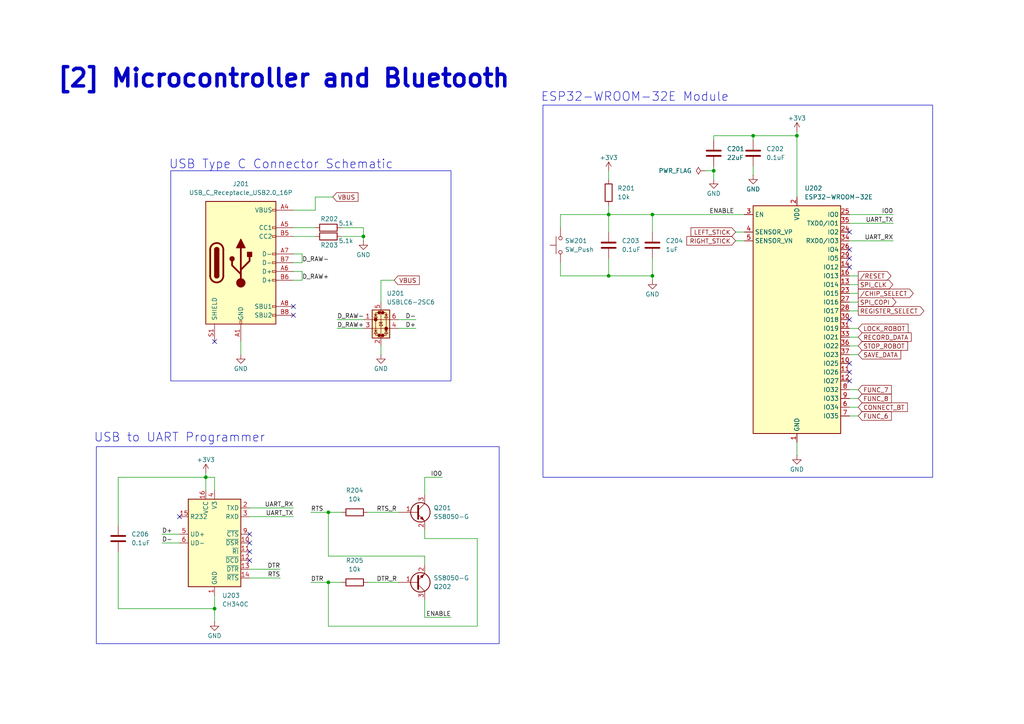
<source format=kicad_sch>
(kicad_sch (version 20231120) (generator "eeschema") (generator_version "8.0")
  (paper "A4")
  (lib_symbols
    (symbol "Connector:USB_C_Receptacle_USB2.0_16P" (pin_names (offset 1.016))
      (property "Reference" "J" (at 0 22.225 0))
      (property "Value" "USB_C_Receptacle_USB2.0_16P" (at 0 19.685 0))
      (symbol "USB_C_Receptacle_USB2.0_16P_0_0"
        (rectangle (start -0.254 -17.78) (end 0.254 -16.764))
        (rectangle (start 10.16 -14.986) (end 9.144 -15.494))
        (rectangle (start 10.16 -12.446) (end 9.144 -12.954))
        (rectangle (start 10.16 -4.826) (end 9.144 -5.334))
        (rectangle (start 10.16 -2.286) (end 9.144 -2.794))
        (rectangle (start 10.16 0.254) (end 9.144 -0.254))
        (rectangle (start 10.16 2.794) (end 9.144 2.286))
        (rectangle (start 10.16 7.874) (end 9.144 7.366))
        (rectangle (start 10.16 10.414) (end 9.144 9.906))
        (rectangle (start 10.16 15.494) (end 9.144 14.986))
      )
      (symbol "USB_C_Receptacle_USB2.0_16P_0_1"
        (rectangle (start -10.16 17.78) (end 10.16 -17.78) (stroke (width 0.254)) (fill (type background)))
        (arc (start -8.89 -3.81) (mid -6.985 -5.7067) (end -5.08 -3.81) (stroke (width 0.508)))
        (arc (start -7.62 -3.81) (mid -6.985 -4.4423) (end -6.35 -3.81) (stroke (width 0.254)))
        (arc (start -7.62 -3.81) (mid -6.985 -4.4423) (end -6.35 -3.81) (stroke (width 0.254)) (fill (type outline)))
        (rectangle (start -7.62 -3.81) (end -6.35 3.81) (stroke (width 0.254)) (fill (type outline)))
        (arc (start -6.35 3.81) (mid -6.985 4.4423) (end -7.62 3.81) (stroke (width 0.254)))
        (arc (start -6.35 3.81) (mid -6.985 4.4423) (end -7.62 3.81) (stroke (width 0.254)) (fill (type outline)))
        (arc (start -5.08 3.81) (mid -6.985 5.7067) (end -8.89 3.81) (stroke (width 0.508)))
        (circle (center -2.54 1.143) (radius 0.635) (stroke (width 0.254)) (fill (type outline)))
        (circle (center 0 -5.842) (radius 1.27) (fill (type outline)))
        (polyline (pts (xy -8.89 -3.81) (xy -8.89 3.81)) (stroke (width 0.508)))
        (polyline (pts (xy -5.08 3.81) (xy -5.08 -3.81)) (stroke (width 0.508)))
        (polyline (pts (xy 0 -5.842) (xy 0 4.318)) (stroke (width 0.508)))
        (polyline (pts (xy 0 -3.302) (xy -2.54 -0.762) (xy -2.54 0.508)) (stroke (width 0.508)))
        (polyline (pts (xy 0 -2.032) (xy 2.54 0.508) (xy 2.54 1.778)) (stroke (width 0.508)))
        (polyline (pts (xy -1.27 4.318) (xy 0 6.858) (xy 1.27 4.318) (xy -1.27 4.318)) (stroke (width 0.254)) (fill (type outline)))
        (rectangle (start 1.905 1.778) (end 3.175 3.048) (stroke (width 0.254)) (fill (type outline)))
      )
      (symbol "USB_C_Receptacle_USB2.0_16P_1_1"
        (pin passive line (at 0 -22.86 90) (length 5.08) (name "GND") (number "A1"))
        (pin passive line (at 0 -22.86 90) (length 5.08) hide (name "GND") (number "A12"))
        (pin passive line (at 15.24 15.24 180) (length 5.08) (name "VBUS") (number "A4"))
        (pin bidirectional line (at 15.24 10.16 180) (length 5.08) (name "CC1") (number "A5"))
        (pin bidirectional line (at 15.24 -2.54 180) (length 5.08) (name "D+") (number "A6"))
        (pin bidirectional line (at 15.24 2.54 180) (length 5.08) (name "D-") (number "A7"))
        (pin bidirectional line (at 15.24 -12.7 180) (length 5.08) (name "SBU1") (number "A8"))
        (pin passive line (at 15.24 15.24 180) (length 5.08) hide (name "VBUS") (number "A9"))
        (pin passive line (at 0 -22.86 90) (length 5.08) hide (name "GND") (number "B1"))
        (pin passive line (at 0 -22.86 90) (length 5.08) hide (name "GND") (number "B12"))
        (pin passive line (at 15.24 15.24 180) (length 5.08) hide (name "VBUS") (number "B4"))
        (pin bidirectional line (at 15.24 7.62 180) (length 5.08) (name "CC2") (number "B5"))
        (pin bidirectional line (at 15.24 -5.08 180) (length 5.08) (name "D+") (number "B6"))
        (pin bidirectional line (at 15.24 0 180) (length 5.08) (name "D-") (number "B7"))
        (pin bidirectional line (at 15.24 -15.24 180) (length 5.08) (name "SBU2") (number "B8"))
        (pin passive line (at 15.24 15.24 180) (length 5.08) hide (name "VBUS") (number "B9"))
        (pin passive line (at -7.62 -22.86 90) (length 5.08) (name "SHIELD") (number "S1"))
      )
    )
    (symbol "Device:C" (pin_numbers hide) (pin_names (offset 0.254))
      (property "Reference" "C" (at 0.635 2.54 0))
      (property "Value" "C" (at 0.635 -2.54 0))
      (symbol "C_0_1"
        (polyline (pts (xy -2.032 -0.762) (xy 2.032 -0.762)) (stroke (width 0.508)))
        (polyline (pts (xy -2.032 0.762) (xy 2.032 0.762)) (stroke (width 0.508)))
      )
      (symbol "C_1_1"
        (pin passive line (at 0 3.81 270) (length 2.794) (name "~") (number "1"))
        (pin passive line (at 0 -3.81 90) (length 2.794) (name "~") (number "2"))
      )
    )
    (symbol "Device:Q_NPN_BEC" (pin_names (offset 0) hide)
      (property "Reference" "Q" (at 5.08 1.27 0))
      (property "Value" "Q_NPN_BEC" (at 5.08 -1.27 0))
      (symbol "Q_NPN_BEC_0_1"
        (polyline (pts (xy 0.635 0.635) (xy 2.54 2.54)))
        (polyline (pts (xy 0.635 -0.635) (xy 2.54 -2.54) (xy 2.54 -2.54)))
        (polyline (pts (xy 0.635 1.905) (xy 0.635 -1.905) (xy 0.635 -1.905)) (stroke (width 0.508)))
        (polyline (pts (xy 1.27 -1.778) (xy 1.778 -1.27) (xy 2.286 -2.286) (xy 1.27 -1.778) (xy 1.27 -1.778)) (fill (type outline)))
        (circle (center 1.27 0) (radius 2.8194) (stroke (width 0.254)))
      )
      (symbol "Q_NPN_BEC_1_1"
        (pin input line (at -5.08 0 0) (length 5.715) (name "B") (number "1"))
        (pin passive line (at 2.54 -5.08 90) (length 2.54) (name "E") (number "2"))
        (pin passive line (at 2.54 5.08 270) (length 2.54) (name "C") (number "3"))
      )
    )
    (symbol "Device:R" (pin_numbers hide) (pin_names (offset 0))
      (property "Reference" "R" (at 2.032 0 90))
      (property "Value" "R" (at 0 0 90))
      (symbol "R_0_1"
        (rectangle (start -1.016 -2.54) (end 1.016 2.54) (stroke (width 0.254)))
      )
      (symbol "R_1_1"
        (pin passive line (at 0 3.81 270) (length 1.27) (name "~") (number "1"))
        (pin passive line (at 0 -3.81 90) (length 1.27) (name "~") (number "2"))
      )
    )
    (symbol "Interface_USB:CH340C"
      (property "Reference" "U" (at -5.08 13.97 0))
      (property "Value" "CH340C" (at 1.27 13.97 0))
      (symbol "CH340C_0_1"
        (rectangle (start -7.62 12.7) (end 7.62 -12.7) (stroke (width 0.254)) (fill (type background)))
      )
      (symbol "CH340C_1_1"
        (pin power_in line (at 0 -15.24 90) (length 2.54) (name "GND") (number "1"))
        (pin input line (at 10.16 0 180) (length 2.54) (name "~{DSR}") (number "10"))
        (pin input line (at 10.16 -2.54 180) (length 2.54) (name "~{RI}") (number "11"))
        (pin input line (at 10.16 -5.08 180) (length 2.54) (name "~{DCD}") (number "12"))
        (pin output line (at 10.16 -7.62 180) (length 2.54) (name "~{DTR}") (number "13"))
        (pin output line (at 10.16 -10.16 180) (length 2.54) (name "~{RTS}") (number "14"))
        (pin input line (at -10.16 7.62 0) (length 2.54) (name "R232") (number "15"))
        (pin power_in line (at -2.54 15.24 270) (length 2.54) (name "VCC") (number "16"))
        (pin output line (at 10.16 10.16 180) (length 2.54) (name "TXD") (number "2"))
        (pin input line (at 10.16 7.62 180) (length 2.54) (name "RXD") (number "3"))
        (pin power_out line (at 0 15.24 270) (length 2.54) (name "V3") (number "4"))
        (pin bidirectional line (at -10.16 2.54 0) (length 2.54) (name "UD+") (number "5"))
        (pin bidirectional line (at -10.16 0 0) (length 2.54) (name "UD-") (number "6"))
        (pin no_connect line (at -7.62 -5.08 0) (length 2.54) hide (name "NC") (number "7"))
        (pin no_connect line (at -7.62 -7.62 0) (length 2.54) hide (name "NC") (number "8"))
        (pin input line (at 10.16 2.54 180) (length 2.54) (name "~{CTS}") (number "9"))
      )
    )
    (symbol "Power_Protection:USBLC6-2SC6" (pin_names hide)
      (property "Reference" "U" (at 0.635 5.715 0))
      (property "Value" "USBLC6-2SC6" (at 0.635 3.81 0))
      (symbol "USBLC6-2SC6_0_0"
        (circle (center -1.524 0) (radius 0.0001) (stroke (width 0.508)))
        (circle (center -0.508 -4.572) (radius 0.0001) (stroke (width 0.508)))
        (circle (center -0.508 2.032) (radius 0.0001) (stroke (width 0.508)))
        (circle (center 0.508 -4.572) (radius 0.0001) (stroke (width 0.508)))
        (circle (center 0.508 2.032) (radius 0.0001) (stroke (width 0.508)))
        (circle (center 1.524 -2.54) (radius 0.0001) (stroke (width 0.508)))
      )
      (symbol "USBLC6-2SC6_0_1"
        (polyline (pts (xy -2.54 -2.54) (xy 2.54 -2.54)))
        (polyline (pts (xy -2.54 0) (xy 2.54 0)))
        (polyline (pts (xy -2.032 -3.048) (xy -1.016 -3.048)))
        (polyline (pts (xy -1.016 1.524) (xy -2.032 1.524)))
        (polyline (pts (xy 1.016 -3.048) (xy 2.032 -3.048)))
        (polyline (pts (xy 1.016 1.524) (xy 2.032 1.524)))
        (polyline (pts (xy -0.508 -1.143) (xy -0.508 -0.762) (xy 0.508 -0.762)))
        (polyline (pts (xy -2.032 0.508) (xy -1.016 0.508) (xy -1.524 1.524) (xy -2.032 0.508)))
        (polyline (pts (xy -1.016 -4.064) (xy -2.032 -4.064) (xy -1.524 -3.048) (xy -1.016 -4.064)))
        (polyline (pts (xy 0.508 -1.778) (xy -0.508 -1.778) (xy 0 -0.762) (xy 0.508 -1.778)))
        (polyline (pts (xy 2.032 -4.064) (xy 1.016 -4.064) (xy 1.524 -3.048) (xy 2.032 -4.064)))
        (polyline (pts (xy 2.032 0.508) (xy 1.016 0.508) (xy 1.524 1.524) (xy 2.032 0.508)))
        (polyline (pts (xy 0 2.54) (xy -0.508 2.032) (xy 0.508 2.032) (xy 0 1.524) (xy 0 -4.064) (xy -0.508 -4.572) (xy 0.508 -4.572) (xy 0 -5.08)))
      )
      (symbol "USBLC6-2SC6_1_1"
        (rectangle (start -2.54 2.794) (end 2.54 -5.334) (stroke (width 0.254)) (fill (type background)))
        (polyline (pts (xy -0.508 2.032) (xy -1.524 2.032) (xy -1.524 -4.572) (xy -0.508 -4.572)))
        (polyline (pts (xy 0.508 -4.572) (xy 1.524 -4.572) (xy 1.524 2.032) (xy 0.508 2.032)))
        (pin passive line (at -5.08 0 0) (length 2.54) (name "I/O1") (number "1"))
        (pin passive line (at 0 -7.62 90) (length 2.54) (name "GND") (number "2"))
        (pin passive line (at -5.08 -2.54 0) (length 2.54) (name "I/O2") (number "3"))
        (pin passive line (at 5.08 -2.54 180) (length 2.54) (name "I/O2") (number "4"))
        (pin passive line (at 0 5.08 270) (length 2.54) (name "VBUS") (number "5"))
        (pin passive line (at 5.08 0 180) (length 2.54) (name "I/O1") (number "6"))
      )
    )
    (symbol "RF_Module:ESP32-WROOM-32E"
      (property "Reference" "U" (at -12.7 34.29 0))
      (property "Value" "ESP32-WROOM-32E" (at 1.27 34.29 0))
      (symbol "ESP32-WROOM-32E_0_1"
        (rectangle (start -12.7 33.02) (end 12.7 -33.02) (stroke (width 0.254)) (fill (type background)))
      )
      (symbol "ESP32-WROOM-32E_1_1"
        (pin power_in line (at 0 -35.56 90) (length 2.54) (name "GND") (number "1"))
        (pin bidirectional line (at 15.24 -12.7 180) (length 2.54) (name "IO25") (number "10"))
        (pin bidirectional line (at 15.24 -15.24 180) (length 2.54) (name "IO26") (number "11"))
        (pin bidirectional line (at 15.24 -17.78 180) (length 2.54) (name "IO27") (number "12"))
        (pin bidirectional line (at 15.24 10.16 180) (length 2.54) (name "IO14") (number "13"))
        (pin bidirectional line (at 15.24 15.24 180) (length 2.54) (name "IO12") (number "14"))
        (pin passive line (at 0 -35.56 90) (length 2.54) hide (name "GND") (number "15"))
        (pin bidirectional line (at 15.24 12.7 180) (length 2.54) (name "IO13") (number "16"))
        (pin no_connect line (at -12.7 -5.08 0) (length 2.54) hide (name "NC") (number "17"))
        (pin no_connect line (at -12.7 -7.62 0) (length 2.54) hide (name "NC") (number "18"))
        (pin no_connect line (at -12.7 -12.7 0) (length 2.54) hide (name "NC") (number "19"))
        (pin power_in line (at 0 35.56 270) (length 2.54) (name "VDD") (number "2"))
        (pin no_connect line (at -12.7 -10.16 0) (length 2.54) hide (name "NC") (number "20"))
        (pin no_connect line (at -12.7 0 0) (length 2.54) hide (name "NC") (number "21"))
        (pin no_connect line (at -12.7 -2.54 0) (length 2.54) hide (name "NC") (number "22"))
        (pin bidirectional line (at 15.24 7.62 180) (length 2.54) (name "IO15") (number "23"))
        (pin bidirectional line (at 15.24 25.4 180) (length 2.54) (name "IO2") (number "24"))
        (pin bidirectional line (at 15.24 30.48 180) (length 2.54) (name "IO0") (number "25"))
        (pin bidirectional line (at 15.24 20.32 180) (length 2.54) (name "IO4") (number "26"))
        (pin bidirectional line (at 15.24 5.08 180) (length 2.54) (name "IO16") (number "27"))
        (pin bidirectional line (at 15.24 2.54 180) (length 2.54) (name "IO17") (number "28"))
        (pin bidirectional line (at 15.24 17.78 180) (length 2.54) (name "IO5") (number "29"))
        (pin input line (at -15.24 30.48 0) (length 2.54) (name "EN") (number "3"))
        (pin bidirectional line (at 15.24 0 180) (length 2.54) (name "IO18") (number "30"))
        (pin bidirectional line (at 15.24 -2.54 180) (length 2.54) (name "IO19") (number "31"))
        (pin no_connect line (at -12.7 -27.94 0) (length 2.54) hide (name "NC") (number "32"))
        (pin bidirectional line (at 15.24 -5.08 180) (length 2.54) (name "IO21") (number "33"))
        (pin bidirectional line (at 15.24 22.86 180) (length 2.54) (name "RXD0/IO3") (number "34"))
        (pin bidirectional line (at 15.24 27.94 180) (length 2.54) (name "TXD0/IO1") (number "35"))
        (pin bidirectional line (at 15.24 -7.62 180) (length 2.54) (name "IO22") (number "36"))
        (pin bidirectional line (at 15.24 -10.16 180) (length 2.54) (name "IO23") (number "37"))
        (pin passive line (at 0 -35.56 90) (length 2.54) hide (name "GND") (number "38"))
        (pin passive line (at 0 -35.56 90) (length 2.54) hide (name "GND") (number "39"))
        (pin input line (at -15.24 25.4 0) (length 2.54) (name "SENSOR_VP") (number "4"))
        (pin input line (at -15.24 22.86 0) (length 2.54) (name "SENSOR_VN") (number "5"))
        (pin input line (at 15.24 -25.4 180) (length 2.54) (name "IO34") (number "6"))
        (pin input line (at 15.24 -27.94 180) (length 2.54) (name "IO35") (number "7"))
        (pin bidirectional line (at 15.24 -20.32 180) (length 2.54) (name "IO32") (number "8"))
        (pin bidirectional line (at 15.24 -22.86 180) (length 2.54) (name "IO33") (number "9"))
      )
    )
    (symbol "Switch:SW_Push" (pin_numbers hide) (pin_names (offset 1.016) hide)
      (property "Reference" "SW" (at 1.27 2.54 0))
      (property "Value" "SW_Push" (at 0 -1.524 0))
      (symbol "SW_Push_0_1"
        (circle (center -2.032 0) (radius 0.508))
        (polyline (pts (xy 0 1.27) (xy 0 3.048)))
        (polyline (pts (xy 2.54 1.27) (xy -2.54 1.27)))
        (circle (center 2.032 0) (radius 0.508))
        (pin passive line (at -5.08 0 0) (length 2.54) (name "1") (number "1"))
        (pin passive line (at 5.08 0 180) (length 2.54) (name "2") (number "2"))
      )
    )
    (symbol "power:+3V3" (power) (pin_numbers hide) (pin_names (offset 0) hide)
      (property "Value" "+3V3" (at 0 3.556 0))
      (symbol "+3V3_0_1"
        (polyline (pts (xy -0.762 1.27) (xy 0 2.54)))
        (polyline (pts (xy 0 0) (xy 0 2.54)))
        (polyline (pts (xy 0 2.54) (xy 0.762 1.27)))
      )
      (symbol "+3V3_1_1"
        (pin power_in line (at 0 0 90) (length 0) (name "~") (number "1"))
      )
    )
    (symbol "power:GND" (power) (pin_numbers hide) (pin_names (offset 0) hide)
      (property "Value" "GND" (at 0 -3.81 0))
      (symbol "GND_0_1"
        (polyline (pts (xy 0 0) (xy 0 -1.27) (xy 1.27 -1.27) (xy 0 -2.54) (xy -1.27 -1.27) (xy 0 -1.27)))
      )
      (symbol "GND_1_1"
        (pin power_in line (at 0 0 270) (length 0) (name "~") (number "1"))
      )
    )
    (symbol "power:PWR_FLAG" (power) (pin_numbers hide) (pin_names (offset 0) hide)
      (property "Value" "PWR_FLAG" (at 0 3.81 0))
      (symbol "PWR_FLAG_0_0"
        (pin power_out line (at 0 0 90) (length 0) (name "~") (number "1"))
      )
      (symbol "PWR_FLAG_0_1"
        (polyline (pts (xy 0 0) (xy 0 1.27) (xy -1.016 1.905) (xy 0 2.54) (xy 1.016 1.905) (xy 0 1.27)))
      )
    )
  )
  (junction (at 207.01 49.53))
  (junction (at 59.69 138.43))
  (junction (at 105.41 68.58))
  (junction (at 189.23 80.01))
  (junction (at 62.23 176.53))
  (junction (at 95.25 168.91))
  (junction (at 176.53 62.23))
  (junction (at 189.23 62.23))
  (junction (at 176.53 80.01))
  (junction (at 218.44 39.37))
  (junction (at 231.14 39.37))
  (junction (at 95.25 148.59))
  (no_connect (at 85.09 88.9))
  (no_connect (at 246.38 110.49))
  (no_connect (at 246.38 74.93))
  (no_connect (at 246.38 72.39))
  (no_connect (at 85.09 91.44))
  (no_connect (at 246.38 105.41))
  (no_connect (at 72.39 160.02))
  (no_connect (at 52.07 149.86))
  (no_connect (at 72.39 154.94))
  (no_connect (at 246.38 77.47))
  (no_connect (at 72.39 157.48))
  (no_connect (at 246.38 107.95))
  (no_connect (at 62.23 99.06))
  (no_connect (at 246.38 92.71))
  (no_connect (at 246.38 67.31))
  (no_connect (at 72.39 162.56))
  (wire (pts (xy 189.23 74.93) (xy 189.23 80.01)))
  (wire (pts (xy 248.92 95.25) (xy 246.38 95.25)))
  (wire (pts (xy 248.92 97.79) (xy 246.38 97.79)))
  (wire (pts (xy 120.65 95.25) (xy 115.57 95.25)))
  (wire (pts (xy 213.36 69.85) (xy 215.9 69.85)))
  (wire (pts (xy 106.68 168.91) (xy 115.57 168.91)))
  (wire (pts (xy 120.65 92.71) (xy 115.57 92.71)))
  (wire (pts (xy 95.25 161.29) (xy 123.19 161.29)))
  (wire (pts (xy 72.39 147.32) (xy 85.09 147.32)))
  (wire (pts (xy 207.01 49.53) (xy 207.01 52.07)))
  (wire (pts (xy 34.29 176.53) (xy 62.23 176.53)))
  (wire (pts (xy 218.44 48.26) (xy 218.44 50.8)))
  (wire (pts (xy 248.92 90.17) (xy 246.38 90.17)))
  (wire (pts (xy 246.38 85.09) (xy 248.92 85.09)))
  (wire (pts (xy 259.08 64.77) (xy 246.38 64.77)))
  (wire (pts (xy 87.63 73.66) (xy 87.63 76.2)))
  (wire (pts (xy 218.44 39.37) (xy 231.14 39.37)))
  (wire (pts (xy 95.25 181.61) (xy 138.43 181.61)))
  (wire (pts (xy 207.01 48.26) (xy 207.01 49.53)))
  (wire (pts (xy 72.39 165.1) (xy 81.28 165.1)))
  (wire (pts (xy 248.92 118.11) (xy 246.38 118.11)))
  (wire (pts (xy 62.23 142.24) (xy 62.23 138.43)))
  (wire (pts (xy 97.79 92.71) (xy 105.41 92.71)))
  (wire (pts (xy 87.63 76.2) (xy 85.09 76.2)))
  (wire (pts (xy 246.38 62.23) (xy 259.08 62.23)))
  (wire (pts (xy 85.09 68.58) (xy 91.44 68.58)))
  (wire (pts (xy 90.17 168.91) (xy 95.25 168.91)))
  (wire (pts (xy 99.06 168.91) (xy 95.25 168.91)))
  (wire (pts (xy 248.92 113.03) (xy 246.38 113.03)))
  (wire (pts (xy 72.39 149.86) (xy 85.09 149.86)))
  (wire (pts (xy 99.06 68.58) (xy 105.41 68.58)))
  (wire (pts (xy 62.23 172.72) (xy 62.23 176.53)))
  (wire (pts (xy 123.19 138.43) (xy 123.19 143.51)))
  (wire (pts (xy 162.56 66.04) (xy 162.56 62.23)))
  (wire (pts (xy 99.06 148.59) (xy 95.25 148.59)))
  (wire (pts (xy 189.23 80.01) (xy 189.23 81.28)))
  (wire (pts (xy 91.44 60.96) (xy 85.09 60.96)))
  (wire (pts (xy 85.09 73.66) (xy 87.63 73.66)))
  (wire (pts (xy 248.92 80.01) (xy 246.38 80.01)))
  (wire (pts (xy 128.27 138.43) (xy 123.19 138.43)))
  (wire (pts (xy 91.44 57.15) (xy 91.44 60.96)))
  (wire (pts (xy 110.49 100.33) (xy 110.49 102.87)))
  (wire (pts (xy 34.29 138.43) (xy 34.29 152.4)))
  (wire (pts (xy 162.56 80.01) (xy 176.53 80.01)))
  (wire (pts (xy 207.01 39.37) (xy 218.44 39.37)))
  (wire (pts (xy 123.19 161.29) (xy 123.19 163.83)))
  (wire (pts (xy 90.17 148.59) (xy 95.25 148.59)))
  (wire (pts (xy 248.92 82.55) (xy 246.38 82.55)))
  (wire (pts (xy 204.47 49.53) (xy 207.01 49.53)))
  (wire (pts (xy 34.29 160.02) (xy 34.29 176.53)))
  (wire (pts (xy 99.06 66.04) (xy 105.41 66.04)))
  (wire (pts (xy 138.43 181.61) (xy 138.43 156.21)))
  (wire (pts (xy 207.01 40.64) (xy 207.01 39.37)))
  (wire (pts (xy 123.19 179.07) (xy 123.19 173.99)))
  (wire (pts (xy 176.53 49.53) (xy 176.53 52.07)))
  (wire (pts (xy 85.09 66.04) (xy 91.44 66.04)))
  (wire (pts (xy 189.23 62.23) (xy 215.9 62.23)))
  (wire (pts (xy 69.85 99.06) (xy 69.85 102.87)))
  (wire (pts (xy 248.92 120.65) (xy 246.38 120.65)))
  (wire (pts (xy 231.14 128.27) (xy 231.14 132.08)))
  (wire (pts (xy 231.14 39.37) (xy 231.14 57.15)))
  (wire (pts (xy 59.69 138.43) (xy 62.23 138.43)))
  (wire (pts (xy 34.29 138.43) (xy 59.69 138.43)))
  (wire (pts (xy 176.53 62.23) (xy 189.23 62.23)))
  (wire (pts (xy 110.49 81.28) (xy 110.49 87.63)))
  (wire (pts (xy 59.69 138.43) (xy 59.69 142.24)))
  (wire (pts (xy 62.23 176.53) (xy 62.23 180.34)))
  (wire (pts (xy 85.09 78.74) (xy 87.63 78.74)))
  (wire (pts (xy 248.92 87.63) (xy 246.38 87.63)))
  (wire (pts (xy 248.92 115.57) (xy 246.38 115.57)))
  (wire (pts (xy 176.53 80.01) (xy 189.23 80.01)))
  (wire (pts (xy 130.81 179.07) (xy 123.19 179.07)))
  (wire (pts (xy 46.99 154.94) (xy 52.07 154.94)))
  (wire (pts (xy 231.14 38.1) (xy 231.14 39.37)))
  (wire (pts (xy 97.79 95.25) (xy 105.41 95.25)))
  (wire (pts (xy 72.39 167.64) (xy 81.28 167.64)))
  (wire (pts (xy 106.68 148.59) (xy 115.57 148.59)))
  (wire (pts (xy 176.53 74.93) (xy 176.53 80.01)))
  (wire (pts (xy 259.08 69.85) (xy 246.38 69.85)))
  (wire (pts (xy 87.63 81.28) (xy 85.09 81.28)))
  (wire (pts (xy 138.43 156.21) (xy 123.19 156.21)))
  (wire (pts (xy 218.44 40.64) (xy 218.44 39.37)))
  (wire (pts (xy 114.3 81.28) (xy 110.49 81.28)))
  (wire (pts (xy 95.25 148.59) (xy 95.25 161.29)))
  (wire (pts (xy 59.69 137.16) (xy 59.69 138.43)))
  (wire (pts (xy 105.41 66.04) (xy 105.41 68.58)))
  (wire (pts (xy 162.56 76.2) (xy 162.56 80.01)))
  (wire (pts (xy 189.23 67.31) (xy 189.23 62.23)))
  (wire (pts (xy 248.92 100.33) (xy 246.38 100.33)))
  (wire (pts (xy 213.36 67.31) (xy 215.9 67.31)))
  (wire (pts (xy 46.99 157.48) (xy 52.07 157.48)))
  (wire (pts (xy 176.53 62.23) (xy 176.53 67.31)))
  (wire (pts (xy 248.92 102.87) (xy 246.38 102.87)))
  (wire (pts (xy 123.19 156.21) (xy 123.19 153.67)))
  (wire (pts (xy 162.56 62.23) (xy 176.53 62.23)))
  (wire (pts (xy 87.63 78.74) (xy 87.63 81.28)))
  (wire (pts (xy 95.25 168.91) (xy 95.25 181.61)))
  (wire (pts (xy 96.52 57.15) (xy 91.44 57.15)))
  (wire (pts (xy 176.53 59.69) (xy 176.53 62.23)))
  (wire (pts (xy 105.41 68.58) (xy 105.41 69.85)))
  (rectangle (start 27.94 129.54) (end 144.78 186.69))
  (rectangle (start 157.48 30.48) (end 270.51 138.43))
  (rectangle (start 49.53 49.53) (end 130.81 110.49))
  (text "ESP32-WROOM-32E Module" (at 184.15 28.194 0) (effects (font (size 2.54 2.54))))
  (text "[2] Microcontroller and Bluetooth" (at 82.296 22.86 0) (effects (font (size 5.08 5.08) (thickness 1.016) (bold yes))))
  (text "USB to UART Programmer" (at 52.07 127 0) (effects (font (size 2.54 2.54))))
  (text "USB Type C Connector Schematic" (at 81.534 47.752 0) (effects (font (size 2.54 2.54))))
  (label "IO0" (at 259.08 62.23 180))
  (label "UART_RX" (at 259.08 69.85 180))
  (label "DTR" (at 81.28 165.1 180))
  (label "ENABLE" (at 130.81 179.07 180))
  (label "D_RAW+" (at 97.79 95.25 0))
  (label "DTR_R" (at 109.22 168.91 0))
  (label "D_RAW-" (at 97.79 92.71 0))
  (label "D+" (at 46.99 154.94 0))
  (label "D+" (at 120.65 95.25 180))
  (label "UART_RX" (at 85.09 147.32 180))
  (label "UART_TX" (at 259.08 64.77 180))
  (label "D-" (at 46.99 157.48 0))
  (label "RTS_R" (at 109.22 148.59 0))
  (label "RTS" (at 81.28 167.64 180))
  (label "D_RAW+" (at 87.63 81.28 0))
  (label "ENABLE" (at 205.74 62.23 0))
  (label "UART_TX" (at 85.09 149.86 180))
  (label "DTR" (at 90.17 168.91 0))
  (label "D-" (at 120.65 92.71 180))
  (label "RTS" (at 90.17 148.59 0))
  (label "D_RAW-" (at 87.63 76.2 0))
  (label "IO0" (at 128.27 138.43 180))
  (global_label "{slash}RESET" (shape output) (at 248.92 80.01 0) (property "Intersheetrefs" "${INTERSHEET_REFS}" (effects (hide yes))))
  (global_label "FUNC_6" (shape input) (at 248.92 120.65 0) (property "Intersheetrefs" "${INTERSHEET_REFS}" (effects (hide yes))))
  (global_label "{slash}CHIP_SELECT" (shape output) (at 248.92 85.09 0) (property "Intersheetrefs" "${INTERSHEET_REFS}" (effects (hide yes))))
  (global_label "CONNECT_BT" (shape input) (at 248.92 118.11 0) (property "Intersheetrefs" "${INTERSHEET_REFS}" (effects (hide yes))))
  (global_label "FUNC_7" (shape input) (at 248.92 113.03 0) (property "Intersheetrefs" "${INTERSHEET_REFS}" (effects (hide yes))))
  (global_label "STOP_ROBOT" (shape input) (at 248.92 100.33 0) (property "Intersheetrefs" "${INTERSHEET_REFS}" (effects (hide yes))))
  (global_label "SPI_CLK" (shape output) (at 248.92 82.55 0) (property "Intersheetrefs" "${INTERSHEET_REFS}" (effects (hide yes))))
  (global_label "FUNC_8" (shape input) (at 248.92 115.57 0) (property "Intersheetrefs" "${INTERSHEET_REFS}" (effects (hide yes))))
  (global_label "RECORD_DATA" (shape input) (at 248.92 97.79 0) (property "Intersheetrefs" "${INTERSHEET_REFS}" (effects (hide yes))))
  (global_label "SAVE_DATA" (shape input) (at 248.92 102.87 0) (property "Intersheetrefs" "${INTERSHEET_REFS}" (effects (hide yes))))
  (global_label "RIGHT_STICK" (shape input) (at 213.36 69.85 180) (property "Intersheetrefs" "${INTERSHEET_REFS}" (effects (hide yes))))
  (global_label "LOCK_ROBOT" (shape input) (at 248.92 95.25 0) (property "Intersheetrefs" "${INTERSHEET_REFS}" (effects (hide yes))))
  (global_label "VBUS" (shape input) (at 114.3 81.28 0) (property "Intersheetrefs" "${INTERSHEET_REFS}" (effects (hide yes))))
  (global_label "REGISTER_SELECT" (shape output) (at 248.92 90.17 0) (property "Intersheetrefs" "${INTERSHEET_REFS}" (effects (hide yes))))
  (global_label "VBUS" (shape input) (at 96.52 57.15 0) (property "Intersheetrefs" "${INTERSHEET_REFS}" (effects (hide yes))))
  (global_label "LEFT_STICK" (shape input) (at 213.36 67.31 180) (property "Intersheetrefs" "${INTERSHEET_REFS}" (effects (hide yes))))
  (global_label "SPI_COPI" (shape output) (at 248.92 87.63 0) (property "Intersheetrefs" "${INTERSHEET_REFS}" (effects (hide yes))))
  (symbol (lib_id "power:GND") (at 110.49 102.87 0) (unit 1)
    (property "Reference" "#PWR022" (effects (hide yes)))
    (property "Value" "GND" (at 110.49 106.934 0))
    (property "Description" "Power symbol creates a global label with name \"GND\" , ground" (effects (hide yes)))
  )
  (symbol (lib_id "Device:C") (at 218.44 44.45 0) (unit 1)
    (property "Reference" "C202" (at 222.25 43.1799 0) (effects (justify left)))
    (property "Value" "0.1uF" (at 222.25 45.7199 0) (effects (justify left)))
    (property "Footprint" "Capacitor_SMD:C_0402_1005Metric" (effects (hide yes)))
    (property "Description" "Unpolarized capacitor" (effects (hide yes)))
    (property "JLCPCB Part #" "C155422" (effects (hide yes)))
    (property "Manufacturer Part #" "CL05B104KA5NNNC" (effects (hide yes)))
  )
  (symbol (lib_id "Device:Q_NPN_BEC") (at 120.65 168.91 0) (mirror x) (unit 1)
    (property "Reference" "Q202" (at 125.73 170.1801 0) (effects (justify left)))
    (property "Value" "SS8050-G" (at 125.73 167.6401 0) (effects (justify left)))
    (property "Footprint" "Package_TO_SOT_SMD:SOT-23" (effects (hide yes)))
    (property "Description" "NPN transistor, base/emitter/collector" (effects (hide yes)))
    (property "JLCPCB Part #" "C3199946" (effects (hide yes)))
    (property "Manufacturer Part #" "SS8050-G" (effects (hide yes)))
  )
  (symbol (lib_id "Power_Protection:USBLC6-2SC6") (at 110.49 92.71 0) (unit 1)
    (property "Reference" "U201" (at 112.1411 85.09 0) (effects (justify left)))
    (property "Value" "USBLC6-2SC6" (at 112.1411 87.63 0) (effects (justify left)))
    (property "Footprint" "Package_TO_SOT_SMD:SOT-23-6" (effects (hide yes)))
    (property "Datasheet" "https://www.st.com/resource/en/datasheet/usblc6-2.pdf" (effects (hide yes)))
    (property "Description" "Very low capacitance ESD protection diode, 2 data-line, SOT-23-6" (effects (hide yes)))
    (property "JLCPCB Part #" "C7519" (effects (hide yes)))
    (property "Manufacturer Part #" "USBLC6-2SC6" (effects (hide yes)))
  )
  (symbol (lib_id "power:GND") (at 218.44 50.8 0) (unit 1)
    (property "Reference" "#PWR014" (effects (hide yes)))
    (property "Value" "GND" (at 218.44 54.864 0))
    (property "Description" "Power symbol creates a global label with name \"GND\" , ground" (effects (hide yes)))
  )
  (symbol (lib_id "power:GND") (at 207.01 52.07 0) (unit 1)
    (property "Reference" "#PWR013" (effects (hide yes)))
    (property "Value" "GND" (at 207.01 56.134 0))
    (property "Description" "Power symbol creates a global label with name \"GND\" , ground" (effects (hide yes)))
  )
  (symbol (lib_id "power:GND") (at 69.85 102.87 0) (unit 1)
    (property "Reference" "#PWR020" (effects (hide yes)))
    (property "Value" "GND" (at 69.85 106.934 0))
    (property "Description" "Power symbol creates a global label with name \"GND\" , ground" (effects (hide yes)))
  )
  (symbol (lib_id "Switch:SW_Push") (at 162.56 71.12 90) (unit 1)
    (property "Reference" "SW201" (at 163.83 69.8499 90) (effects (justify right)))
    (property "Value" "SW_Push" (at 163.83 72.3899 90) (effects (justify right)))
    (property "Footprint" "Button_Switch_SMD:SW_Tactile_SPST_NO_Straight_CK_PTS636Sx25SMTRLFS" (effects (hide yes)))
    (property "Description" "Push button switch, generic, two pins" (effects (hide yes)))
    (property "JLCPCB Part #" " C2689642" (effects (hide yes)))
    (property "Manufacturer Part #" "PTS636SK25SMTRLFS" (effects (hide yes)))
  )
  (symbol (lib_id "Device:Q_NPN_BEC") (at 120.65 148.59 0) (unit 1)
    (property "Reference" "Q201" (at 125.73 147.3199 0) (effects (justify left)))
    (property "Value" "SS8050-G" (at 125.73 149.8599 0) (effects (justify left)))
    (property "Footprint" "Package_TO_SOT_SMD:SOT-23" (effects (hide yes)))
    (property "Description" "NPN transistor, base/emitter/collector" (effects (hide yes)))
    (property "JLCPCB Part #" "C3199946" (effects (hide yes)))
    (property "Manufacturer Part #" "SS8050-G" (effects (hide yes)))
  )
  (symbol (lib_id "power:PWR_FLAG") (at 204.47 49.53 90) (unit 1)
    (property "Reference" "#FLG0105" (effects (hide yes)))
    (property "Value" "PWR_FLAG" (at 200.66 49.5299 90) (effects (justify left)))
    (property "Description" "Special symbol for telling ERC where power comes from" (effects (hide yes)))
  )
  (symbol (lib_id "Device:R") (at 95.25 66.04 90) (unit 1)
    (property "Reference" "R202" (at 95.504 63.5 90))
    (property "Value" "5.1k" (at 100.33 64.77 90))
    (property "Footprint" "Resistor_SMD:R_0603_1608Metric" (effects (hide yes)))
    (property "Description" "Resistor" (effects (hide yes)))
    (property "JLCPCB Part #" "C23186" (effects (hide yes)))
    (property "Manufacturer Part #" "0603WAF5101T5E" (effects (hide yes)))
  )
  (symbol (lib_id "power:GND") (at 105.41 69.85 0) (unit 1)
    (property "Reference" "#PWR021" (effects (hide yes)))
    (property "Value" "GND" (at 105.41 73.914 0))
    (property "Description" "Power symbol creates a global label with name \"GND\" , ground" (effects (hide yes)))
  )
  (symbol (lib_id "Connector:USB_C_Receptacle_USB2.0_16P") (at 69.85 76.2 0) (unit 1)
    (property "Reference" "J201" (at 69.85 53.34 0))
    (property "Value" "USB_C_Receptacle_USB2.0_16P" (at 69.85 55.88 0))
    (property "Footprint" "Connector_USB:USB_C_Receptacle_GCT_USB4105-xx-A_16P_TopMnt_Horizontal" (effects (hide yes)))
    (property "Datasheet" "https://www.usb.org/sites/default/files/documents/usb_type-c.zip" (effects (hide yes)))
    (property "Description" "USB 2.0-only 16P Type-C Receptacle connector" (effects (hide yes)))
    (property "JLCPCB Part #" "C165948" (effects (hide yes)))
    (property "Manufacturer Part #" "TYPE-C-31-M-12" (effects (hide yes)))
  )
  (symbol (lib_id "Interface_USB:CH340C") (at 62.23 157.48 0) (unit 1)
    (property "Reference" "U203" (at 64.4241 172.72 0) (effects (justify left)))
    (property "Value" "CH340C" (at 64.4241 175.26 0) (effects (justify left)))
    (property "Footprint" "Package_SO:SOIC-16_3.9x9.9mm_P1.27mm" (effects (hide yes)))
    (property "Datasheet" "https://datasheet.lcsc.com/szlcsc/Jiangsu-Qin-Heng-CH340C_C84681.pdf" (effects (hide yes)))
    (property "Description" "USB serial converter, crystal-less, UART, SOIC-16" (effects (hide yes)))
    (property "JLCPCB Part #" "C84681 " (effects (hide yes)))
    (property "Manufacturer Part #" "CH340C" (effects (hide yes)))
  )
  (symbol (lib_id "Device:C") (at 207.01 44.45 0) (unit 1)
    (property "Reference" "C201" (at 210.82 43.1799 0) (effects (justify left)))
    (property "Value" "22uF" (at 210.82 45.7199 0) (effects (justify left)))
    (property "Footprint" "Capacitor_SMD:C_0603_1608Metric" (effects (hide yes)))
    (property "Description" "Unpolarized capacitor" (effects (hide yes)))
    (property "JLCPCB Part #" "C59461" (effects (hide yes)))
    (property "Manufacturer Part #" "CL10A226MQ8NRNC" (effects (hide yes)))
  )
  (symbol (lib_id "RF_Module:ESP32-WROOM-32E") (at 231.14 92.71 0) (unit 1)
    (property "Reference" "U202" (at 233.3341 54.61 0) (effects (justify left)))
    (property "Value" "ESP32-WROOM-32E" (at 233.3341 57.15 0) (effects (justify left)))
    (property "Footprint" "RF_Module:ESP32-WROOM-32D" (effects (hide yes)))
    (property "Datasheet" "https://www.espressif.com/sites/default/files/documentation/esp32-wroom-32e_esp32-wroom-32ue_datasheet_en.pdf" (effects (hide yes)))
    (property "Description" "RF Module, ESP32-D0WD-V3 SoC, without PSRAM, Wi-Fi 802.11b/g/n, Bluetooth, BLE, 32-bit, 2.7-3.6V, onboard antenna, SMD" (effects (hide yes)))
    (property "JLCPCB Part #" "C701341" (effects (hide yes)))
    (property "Manufacturer Part #" "ESP32-WROOM-32E-N4" (effects (hide yes)))
  )
  (symbol (lib_id "Device:R") (at 95.25 68.58 90) (unit 1)
    (property "Reference" "R203" (at 95.504 71.12 90))
    (property "Value" "5.1k" (at 100.33 69.85 90))
    (property "Footprint" "Resistor_SMD:R_0603_1608Metric" (effects (hide yes)))
    (property "Description" "Resistor" (effects (hide yes)))
    (property "JLCPCB Part #" "C23186" (effects (hide yes)))
    (property "Manufacturer Part #" "0603WAF5101T5E" (effects (hide yes)))
  )
  (symbol (lib_id "power:+3V3") (at 59.69 137.16 0) (unit 1)
    (property "Reference" "#PWR016" (effects (hide yes)))
    (property "Value" "+3V3" (at 59.69 133.35 0))
    (property "Description" "Power symbol creates a global label with name \"+3V3\"" (effects (hide yes)))
  )
  (symbol (lib_id "power:GND") (at 189.23 81.28 0) (unit 1)
    (property "Reference" "#PWR017" (effects (hide yes)))
    (property "Value" "GND" (at 189.23 85.344 0))
    (property "Description" "Power symbol creates a global label with name \"GND\" , ground" (effects (hide yes)))
  )
  (symbol (lib_id "Device:R") (at 102.87 168.91 90) (unit 1)
    (property "Reference" "R205" (at 102.87 162.56 90))
    (property "Value" "10k" (at 102.87 165.1 90))
    (property "Footprint" "Resistor_SMD:R_0402_1005Metric" (effects (hide yes)))
    (property "Description" "Resistor" (effects (hide yes)))
    (property "JLCPCB Part #" "C25531" (effects (hide yes)))
    (property "Manufacturer Part #" "0402WGJ0103TCE" (effects (hide yes)))
  )
  (symbol (lib_id "power:+3V3") (at 176.53 49.53 0) (unit 1)
    (property "Reference" "#PWR018" (effects (hide yes)))
    (property "Value" "+3V3" (at 176.53 45.72 0))
    (property "Description" "Power symbol creates a global label with name \"+3V3\"" (effects (hide yes)))
  )
  (symbol (lib_id "power:+3V3") (at 231.14 38.1 0) (unit 1)
    (property "Reference" "#PWR012" (effects (hide yes)))
    (property "Value" "+3V3" (at 231.14 34.29 0))
    (property "Description" "Power symbol creates a global label with name \"+3V3\"" (effects (hide yes)))
  )
  (symbol (lib_id "Device:C") (at 34.29 156.21 0) (unit 1)
    (property "Reference" "C206" (at 38.1 154.9399 0) (effects (justify left)))
    (property "Value" "0.1uF" (at 38.1 157.4799 0) (effects (justify left)))
    (property "Footprint" "Capacitor_SMD:C_0402_1005Metric" (effects (hide yes)))
    (property "Description" "Unpolarized capacitor" (effects (hide yes)))
    (property "JLCPCB Part #" "C155422" (effects (hide yes)))
    (property "Manufacturer Part #" "CL05B104KA5NNNC" (effects (hide yes)))
  )
  (symbol (lib_id "power:GND") (at 231.14 132.08 0) (unit 1)
    (property "Reference" "#PWR015" (effects (hide yes)))
    (property "Value" "GND" (at 231.14 136.144 0))
    (property "Description" "Power symbol creates a global label with name \"GND\" , ground" (effects (hide yes)))
  )
  (symbol (lib_id "power:GND") (at 62.23 180.34 0) (unit 1)
    (property "Reference" "#PWR019" (effects (hide yes)))
    (property "Value" "GND" (at 62.23 184.404 0))
    (property "Description" "Power symbol creates a global label with name \"GND\" , ground" (effects (hide yes)))
  )
  (symbol (lib_id "Device:R") (at 176.53 55.88 0) (unit 1)
    (property "Reference" "R201" (at 179.07 54.6099 0) (effects (justify left)))
    (property "Value" "10k" (at 179.07 57.1499 0) (effects (justify left)))
    (property "Footprint" "Resistor_SMD:R_0402_1005Metric" (effects (hide yes)))
    (property "Description" "Resistor" (effects (hide yes)))
    (property "JLCPCB Part #" "C25531" (effects (hide yes)))
    (property "Manufacturer Part #" "0402WGJ0103TCE" (effects (hide yes)))
  )
  (symbol (lib_id "Device:C") (at 176.53 71.12 0) (unit 1)
    (property "Reference" "C203" (at 180.34 69.8499 0) (effects (justify left)))
    (property "Value" "0.1uF" (at 180.34 72.3899 0) (effects (justify left)))
    (property "Footprint" "Capacitor_SMD:C_0402_1005Metric" (effects (hide yes)))
    (property "Description" "Unpolarized capacitor" (effects (hide yes)))
    (property "JLCPCB Part #" "C155422" (effects (hide yes)))
    (property "Manufacturer Part #" "CL05B104KA5NNNC" (effects (hide yes)))
  )
  (symbol (lib_id "Device:R") (at 102.87 148.59 90) (unit 1)
    (property "Reference" "R204" (at 102.87 142.24 90))
    (property "Value" "10k" (at 102.87 144.78 90))
    (property "Footprint" "Resistor_SMD:R_0402_1005Metric" (effects (hide yes)))
    (property "Description" "Resistor" (effects (hide yes)))
    (property "JLCPCB Part #" "C25531" (effects (hide yes)))
    (property "Manufacturer Part #" "0402WGJ0103TCE" (effects (hide yes)))
  )
  (symbol (lib_id "Device:C") (at 189.23 71.12 0) (unit 1)
    (property "Reference" "C204" (at 193.04 69.8499 0) (effects (justify left)))
    (property "Value" "1uF" (at 193.04 72.3899 0) (effects (justify left)))
    (property "Footprint" "Capacitor_SMD:C_0402_1005Metric" (effects (hide yes)))
    (property "Description" "Unpolarized capacitor" (effects (hide yes)))
    (property "JLCPCB Part #" "C14445" (effects (hide yes)))
    (property "Manufacturer Part #" "CL05A105KP5NNNC" (effects (hide yes)))
  )
)
</source>
